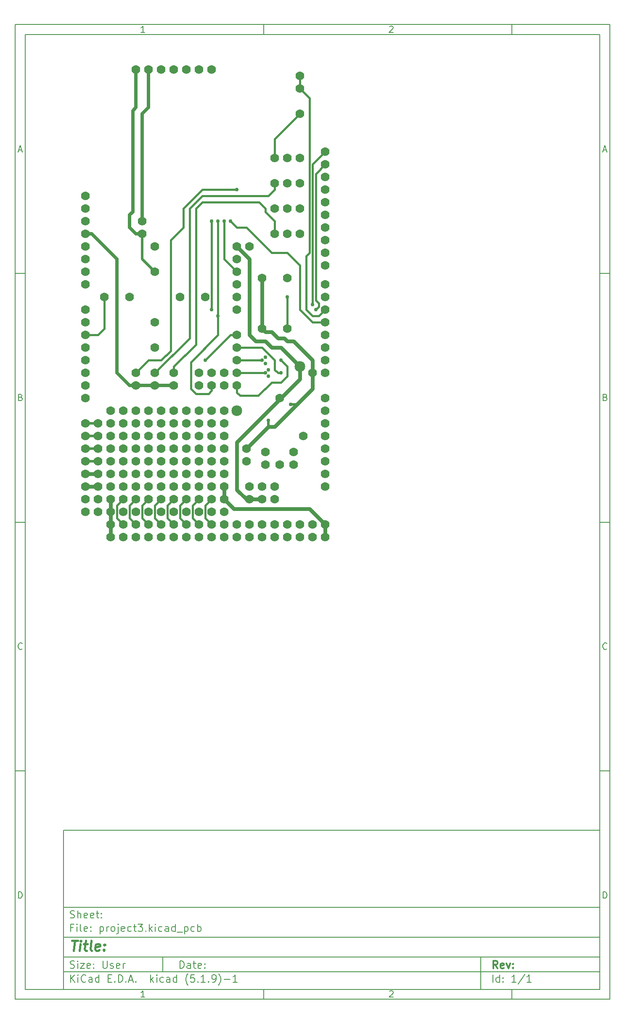
<source format=gbr>
%TF.GenerationSoftware,KiCad,Pcbnew,(5.1.9)-1*%
%TF.CreationDate,2021-06-09T21:17:05-04:00*%
%TF.ProjectId,project3,70726f6a-6563-4743-932e-6b696361645f,rev?*%
%TF.SameCoordinates,Original*%
%TF.FileFunction,Copper,L2,Bot*%
%TF.FilePolarity,Positive*%
%FSLAX45Y45*%
G04 Gerber Fmt 4.5, Leading zero omitted, Abs format (unit mm)*
G04 Created by KiCad (PCBNEW (5.1.9)-1) date 2021-06-09 21:17:05*
%MOMM*%
%LPD*%
G01*
G04 APERTURE LIST*
%ADD10C,0.127000*%
%ADD11C,0.150000*%
%ADD12C,0.300000*%
%ADD13C,0.400000*%
%TA.AperFunction,ViaPad*%
%ADD14C,0.762000*%
%TD*%
%TA.AperFunction,ViaPad*%
%ADD15C,1.778000*%
%TD*%
%TA.AperFunction,ViaPad*%
%ADD16C,2.159000*%
%TD*%
%TA.AperFunction,Conductor*%
%ADD17C,0.381000*%
%TD*%
%TA.AperFunction,Conductor*%
%ADD18C,0.635000*%
%TD*%
%TA.AperFunction,Conductor*%
%ADD19C,0.508000*%
%TD*%
%TA.AperFunction,Conductor*%
%ADD20C,0.762000*%
%TD*%
G04 APERTURE END LIST*
D10*
D11*
X1970000Y-17190000D02*
X1970000Y-20390000D01*
X12770000Y-20390000D01*
X12770000Y-17190000D01*
X1970000Y-17190000D01*
D10*
D11*
X1000000Y-1000000D02*
X1000000Y-20590000D01*
X12970000Y-20590000D01*
X12970000Y-1000000D01*
X1000000Y-1000000D01*
D10*
D11*
X1200000Y-1200000D02*
X1200000Y-20390000D01*
X12770000Y-20390000D01*
X12770000Y-1200000D01*
X1200000Y-1200000D01*
D10*
D11*
X6000000Y-1200000D02*
X6000000Y-1000000D01*
D10*
D11*
X11000000Y-1200000D02*
X11000000Y-1000000D01*
D10*
D11*
X3606548Y-1158810D02*
X3532262Y-1158810D01*
X3569405Y-1158810D02*
X3569405Y-1028809D01*
X3557024Y-1047381D01*
X3544643Y-1059762D01*
X3532262Y-1065952D01*
D10*
D11*
X8532262Y-1041190D02*
X8538452Y-1035000D01*
X8550833Y-1028809D01*
X8581786Y-1028809D01*
X8594167Y-1035000D01*
X8600357Y-1041190D01*
X8606548Y-1053571D01*
X8606548Y-1065952D01*
X8600357Y-1084524D01*
X8526071Y-1158810D01*
X8606548Y-1158810D01*
D10*
D11*
X6000000Y-20390000D02*
X6000000Y-20590000D01*
D10*
D11*
X11000000Y-20390000D02*
X11000000Y-20590000D01*
D10*
D11*
X3606548Y-20548810D02*
X3532262Y-20548810D01*
X3569405Y-20548810D02*
X3569405Y-20418810D01*
X3557024Y-20437381D01*
X3544643Y-20449762D01*
X3532262Y-20455952D01*
D10*
D11*
X8532262Y-20431190D02*
X8538452Y-20425000D01*
X8550833Y-20418810D01*
X8581786Y-20418810D01*
X8594167Y-20425000D01*
X8600357Y-20431190D01*
X8606548Y-20443571D01*
X8606548Y-20455952D01*
X8600357Y-20474524D01*
X8526071Y-20548810D01*
X8606548Y-20548810D01*
D10*
D11*
X1000000Y-6000000D02*
X1200000Y-6000000D01*
D10*
D11*
X1000000Y-11000000D02*
X1200000Y-11000000D01*
D10*
D11*
X1000000Y-16000000D02*
X1200000Y-16000000D01*
D10*
D11*
X1069048Y-3521667D02*
X1130952Y-3521667D01*
X1056667Y-3558809D02*
X1100000Y-3428809D01*
X1143333Y-3558809D01*
D10*
D11*
X1109286Y-8490714D02*
X1127857Y-8496905D01*
X1134048Y-8503095D01*
X1140238Y-8515476D01*
X1140238Y-8534048D01*
X1134048Y-8546429D01*
X1127857Y-8552619D01*
X1115476Y-8558810D01*
X1065952Y-8558810D01*
X1065952Y-8428810D01*
X1109286Y-8428810D01*
X1121667Y-8435000D01*
X1127857Y-8441190D01*
X1134048Y-8453571D01*
X1134048Y-8465952D01*
X1127857Y-8478333D01*
X1121667Y-8484524D01*
X1109286Y-8490714D01*
X1065952Y-8490714D01*
D10*
D11*
X1140238Y-13546428D02*
X1134048Y-13552619D01*
X1115476Y-13558809D01*
X1103095Y-13558809D01*
X1084524Y-13552619D01*
X1072143Y-13540238D01*
X1065952Y-13527857D01*
X1059762Y-13503095D01*
X1059762Y-13484524D01*
X1065952Y-13459762D01*
X1072143Y-13447381D01*
X1084524Y-13435000D01*
X1103095Y-13428809D01*
X1115476Y-13428809D01*
X1134048Y-13435000D01*
X1140238Y-13441190D01*
D10*
D11*
X1065952Y-18558810D02*
X1065952Y-18428810D01*
X1096905Y-18428810D01*
X1115476Y-18435000D01*
X1127857Y-18447381D01*
X1134048Y-18459762D01*
X1140238Y-18484524D01*
X1140238Y-18503095D01*
X1134048Y-18527857D01*
X1127857Y-18540238D01*
X1115476Y-18552619D01*
X1096905Y-18558810D01*
X1065952Y-18558810D01*
D10*
D11*
X12970000Y-6000000D02*
X12770000Y-6000000D01*
D10*
D11*
X12970000Y-11000000D02*
X12770000Y-11000000D01*
D10*
D11*
X12970000Y-16000000D02*
X12770000Y-16000000D01*
D10*
D11*
X12839048Y-3521667D02*
X12900952Y-3521667D01*
X12826667Y-3558809D02*
X12870000Y-3428809D01*
X12913333Y-3558809D01*
D10*
D11*
X12879286Y-8490714D02*
X12897857Y-8496905D01*
X12904048Y-8503095D01*
X12910238Y-8515476D01*
X12910238Y-8534048D01*
X12904048Y-8546429D01*
X12897857Y-8552619D01*
X12885476Y-8558810D01*
X12835952Y-8558810D01*
X12835952Y-8428810D01*
X12879286Y-8428810D01*
X12891667Y-8435000D01*
X12897857Y-8441190D01*
X12904048Y-8453571D01*
X12904048Y-8465952D01*
X12897857Y-8478333D01*
X12891667Y-8484524D01*
X12879286Y-8490714D01*
X12835952Y-8490714D01*
D10*
D11*
X12910238Y-13546428D02*
X12904048Y-13552619D01*
X12885476Y-13558809D01*
X12873095Y-13558809D01*
X12854524Y-13552619D01*
X12842143Y-13540238D01*
X12835952Y-13527857D01*
X12829762Y-13503095D01*
X12829762Y-13484524D01*
X12835952Y-13459762D01*
X12842143Y-13447381D01*
X12854524Y-13435000D01*
X12873095Y-13428809D01*
X12885476Y-13428809D01*
X12904048Y-13435000D01*
X12910238Y-13441190D01*
D10*
D11*
X12835952Y-18558810D02*
X12835952Y-18428810D01*
X12866905Y-18428810D01*
X12885476Y-18435000D01*
X12897857Y-18447381D01*
X12904048Y-18459762D01*
X12910238Y-18484524D01*
X12910238Y-18503095D01*
X12904048Y-18527857D01*
X12897857Y-18540238D01*
X12885476Y-18552619D01*
X12866905Y-18558810D01*
X12835952Y-18558810D01*
D10*
D11*
X4313214Y-19967857D02*
X4313214Y-19817857D01*
X4348929Y-19817857D01*
X4370357Y-19825000D01*
X4384643Y-19839286D01*
X4391786Y-19853571D01*
X4398929Y-19882143D01*
X4398929Y-19903571D01*
X4391786Y-19932143D01*
X4384643Y-19946429D01*
X4370357Y-19960714D01*
X4348929Y-19967857D01*
X4313214Y-19967857D01*
X4527500Y-19967857D02*
X4527500Y-19889286D01*
X4520357Y-19875000D01*
X4506071Y-19867857D01*
X4477500Y-19867857D01*
X4463214Y-19875000D01*
X4527500Y-19960714D02*
X4513214Y-19967857D01*
X4477500Y-19967857D01*
X4463214Y-19960714D01*
X4456071Y-19946429D01*
X4456071Y-19932143D01*
X4463214Y-19917857D01*
X4477500Y-19910714D01*
X4513214Y-19910714D01*
X4527500Y-19903571D01*
X4577500Y-19867857D02*
X4634643Y-19867857D01*
X4598929Y-19817857D02*
X4598929Y-19946429D01*
X4606071Y-19960714D01*
X4620357Y-19967857D01*
X4634643Y-19967857D01*
X4741786Y-19960714D02*
X4727500Y-19967857D01*
X4698929Y-19967857D01*
X4684643Y-19960714D01*
X4677500Y-19946429D01*
X4677500Y-19889286D01*
X4684643Y-19875000D01*
X4698929Y-19867857D01*
X4727500Y-19867857D01*
X4741786Y-19875000D01*
X4748929Y-19889286D01*
X4748929Y-19903571D01*
X4677500Y-19917857D01*
X4813214Y-19953571D02*
X4820357Y-19960714D01*
X4813214Y-19967857D01*
X4806071Y-19960714D01*
X4813214Y-19953571D01*
X4813214Y-19967857D01*
X4813214Y-19875000D02*
X4820357Y-19882143D01*
X4813214Y-19889286D01*
X4806071Y-19882143D01*
X4813214Y-19875000D01*
X4813214Y-19889286D01*
D10*
D11*
X1970000Y-20040000D02*
X12770000Y-20040000D01*
D10*
D11*
X2113214Y-20247857D02*
X2113214Y-20097857D01*
X2198929Y-20247857D02*
X2134643Y-20162143D01*
X2198929Y-20097857D02*
X2113214Y-20183571D01*
X2263214Y-20247857D02*
X2263214Y-20147857D01*
X2263214Y-20097857D02*
X2256071Y-20105000D01*
X2263214Y-20112143D01*
X2270357Y-20105000D01*
X2263214Y-20097857D01*
X2263214Y-20112143D01*
X2420357Y-20233571D02*
X2413214Y-20240714D01*
X2391786Y-20247857D01*
X2377500Y-20247857D01*
X2356071Y-20240714D01*
X2341786Y-20226429D01*
X2334643Y-20212143D01*
X2327500Y-20183571D01*
X2327500Y-20162143D01*
X2334643Y-20133571D01*
X2341786Y-20119286D01*
X2356071Y-20105000D01*
X2377500Y-20097857D01*
X2391786Y-20097857D01*
X2413214Y-20105000D01*
X2420357Y-20112143D01*
X2548929Y-20247857D02*
X2548929Y-20169286D01*
X2541786Y-20155000D01*
X2527500Y-20147857D01*
X2498929Y-20147857D01*
X2484643Y-20155000D01*
X2548929Y-20240714D02*
X2534643Y-20247857D01*
X2498929Y-20247857D01*
X2484643Y-20240714D01*
X2477500Y-20226429D01*
X2477500Y-20212143D01*
X2484643Y-20197857D01*
X2498929Y-20190714D01*
X2534643Y-20190714D01*
X2548929Y-20183571D01*
X2684643Y-20247857D02*
X2684643Y-20097857D01*
X2684643Y-20240714D02*
X2670357Y-20247857D01*
X2641786Y-20247857D01*
X2627500Y-20240714D01*
X2620357Y-20233571D01*
X2613214Y-20219286D01*
X2613214Y-20176429D01*
X2620357Y-20162143D01*
X2627500Y-20155000D01*
X2641786Y-20147857D01*
X2670357Y-20147857D01*
X2684643Y-20155000D01*
X2870357Y-20169286D02*
X2920357Y-20169286D01*
X2941786Y-20247857D02*
X2870357Y-20247857D01*
X2870357Y-20097857D01*
X2941786Y-20097857D01*
X3006071Y-20233571D02*
X3013214Y-20240714D01*
X3006071Y-20247857D01*
X2998928Y-20240714D01*
X3006071Y-20233571D01*
X3006071Y-20247857D01*
X3077500Y-20247857D02*
X3077500Y-20097857D01*
X3113214Y-20097857D01*
X3134643Y-20105000D01*
X3148928Y-20119286D01*
X3156071Y-20133571D01*
X3163214Y-20162143D01*
X3163214Y-20183571D01*
X3156071Y-20212143D01*
X3148928Y-20226429D01*
X3134643Y-20240714D01*
X3113214Y-20247857D01*
X3077500Y-20247857D01*
X3227500Y-20233571D02*
X3234643Y-20240714D01*
X3227500Y-20247857D01*
X3220357Y-20240714D01*
X3227500Y-20233571D01*
X3227500Y-20247857D01*
X3291786Y-20205000D02*
X3363214Y-20205000D01*
X3277500Y-20247857D02*
X3327500Y-20097857D01*
X3377500Y-20247857D01*
X3427500Y-20233571D02*
X3434643Y-20240714D01*
X3427500Y-20247857D01*
X3420357Y-20240714D01*
X3427500Y-20233571D01*
X3427500Y-20247857D01*
X3727500Y-20247857D02*
X3727500Y-20097857D01*
X3741786Y-20190714D02*
X3784643Y-20247857D01*
X3784643Y-20147857D02*
X3727500Y-20205000D01*
X3848928Y-20247857D02*
X3848928Y-20147857D01*
X3848928Y-20097857D02*
X3841786Y-20105000D01*
X3848928Y-20112143D01*
X3856071Y-20105000D01*
X3848928Y-20097857D01*
X3848928Y-20112143D01*
X3984643Y-20240714D02*
X3970357Y-20247857D01*
X3941786Y-20247857D01*
X3927500Y-20240714D01*
X3920357Y-20233571D01*
X3913214Y-20219286D01*
X3913214Y-20176429D01*
X3920357Y-20162143D01*
X3927500Y-20155000D01*
X3941786Y-20147857D01*
X3970357Y-20147857D01*
X3984643Y-20155000D01*
X4113214Y-20247857D02*
X4113214Y-20169286D01*
X4106071Y-20155000D01*
X4091786Y-20147857D01*
X4063214Y-20147857D01*
X4048928Y-20155000D01*
X4113214Y-20240714D02*
X4098928Y-20247857D01*
X4063214Y-20247857D01*
X4048928Y-20240714D01*
X4041786Y-20226429D01*
X4041786Y-20212143D01*
X4048928Y-20197857D01*
X4063214Y-20190714D01*
X4098928Y-20190714D01*
X4113214Y-20183571D01*
X4248929Y-20247857D02*
X4248929Y-20097857D01*
X4248929Y-20240714D02*
X4234643Y-20247857D01*
X4206071Y-20247857D01*
X4191786Y-20240714D01*
X4184643Y-20233571D01*
X4177500Y-20219286D01*
X4177500Y-20176429D01*
X4184643Y-20162143D01*
X4191786Y-20155000D01*
X4206071Y-20147857D01*
X4234643Y-20147857D01*
X4248929Y-20155000D01*
X4477500Y-20305000D02*
X4470357Y-20297857D01*
X4456071Y-20276429D01*
X4448929Y-20262143D01*
X4441786Y-20240714D01*
X4434643Y-20205000D01*
X4434643Y-20176429D01*
X4441786Y-20140714D01*
X4448929Y-20119286D01*
X4456071Y-20105000D01*
X4470357Y-20083571D01*
X4477500Y-20076429D01*
X4606071Y-20097857D02*
X4534643Y-20097857D01*
X4527500Y-20169286D01*
X4534643Y-20162143D01*
X4548929Y-20155000D01*
X4584643Y-20155000D01*
X4598929Y-20162143D01*
X4606071Y-20169286D01*
X4613214Y-20183571D01*
X4613214Y-20219286D01*
X4606071Y-20233571D01*
X4598929Y-20240714D01*
X4584643Y-20247857D01*
X4548929Y-20247857D01*
X4534643Y-20240714D01*
X4527500Y-20233571D01*
X4677500Y-20233571D02*
X4684643Y-20240714D01*
X4677500Y-20247857D01*
X4670357Y-20240714D01*
X4677500Y-20233571D01*
X4677500Y-20247857D01*
X4827500Y-20247857D02*
X4741786Y-20247857D01*
X4784643Y-20247857D02*
X4784643Y-20097857D01*
X4770357Y-20119286D01*
X4756071Y-20133571D01*
X4741786Y-20140714D01*
X4891786Y-20233571D02*
X4898929Y-20240714D01*
X4891786Y-20247857D01*
X4884643Y-20240714D01*
X4891786Y-20233571D01*
X4891786Y-20247857D01*
X4970357Y-20247857D02*
X4998929Y-20247857D01*
X5013214Y-20240714D01*
X5020357Y-20233571D01*
X5034643Y-20212143D01*
X5041786Y-20183571D01*
X5041786Y-20126429D01*
X5034643Y-20112143D01*
X5027500Y-20105000D01*
X5013214Y-20097857D01*
X4984643Y-20097857D01*
X4970357Y-20105000D01*
X4963214Y-20112143D01*
X4956071Y-20126429D01*
X4956071Y-20162143D01*
X4963214Y-20176429D01*
X4970357Y-20183571D01*
X4984643Y-20190714D01*
X5013214Y-20190714D01*
X5027500Y-20183571D01*
X5034643Y-20176429D01*
X5041786Y-20162143D01*
X5091786Y-20305000D02*
X5098929Y-20297857D01*
X5113214Y-20276429D01*
X5120357Y-20262143D01*
X5127500Y-20240714D01*
X5134643Y-20205000D01*
X5134643Y-20176429D01*
X5127500Y-20140714D01*
X5120357Y-20119286D01*
X5113214Y-20105000D01*
X5098929Y-20083571D01*
X5091786Y-20076429D01*
X5206071Y-20190714D02*
X5320357Y-20190714D01*
X5470357Y-20247857D02*
X5384643Y-20247857D01*
X5427500Y-20247857D02*
X5427500Y-20097857D01*
X5413214Y-20119286D01*
X5398929Y-20133571D01*
X5384643Y-20140714D01*
D10*
D11*
X1970000Y-19740000D02*
X12770000Y-19740000D01*
D10*
D12*
X10710929Y-19967857D02*
X10660929Y-19896429D01*
X10625214Y-19967857D02*
X10625214Y-19817857D01*
X10682357Y-19817857D01*
X10696643Y-19825000D01*
X10703786Y-19832143D01*
X10710929Y-19846429D01*
X10710929Y-19867857D01*
X10703786Y-19882143D01*
X10696643Y-19889286D01*
X10682357Y-19896429D01*
X10625214Y-19896429D01*
X10832357Y-19960714D02*
X10818071Y-19967857D01*
X10789500Y-19967857D01*
X10775214Y-19960714D01*
X10768071Y-19946429D01*
X10768071Y-19889286D01*
X10775214Y-19875000D01*
X10789500Y-19867857D01*
X10818071Y-19867857D01*
X10832357Y-19875000D01*
X10839500Y-19889286D01*
X10839500Y-19903571D01*
X10768071Y-19917857D01*
X10889500Y-19867857D02*
X10925214Y-19967857D01*
X10960929Y-19867857D01*
X11018071Y-19953571D02*
X11025214Y-19960714D01*
X11018071Y-19967857D01*
X11010929Y-19960714D01*
X11018071Y-19953571D01*
X11018071Y-19967857D01*
X11018071Y-19875000D02*
X11025214Y-19882143D01*
X11018071Y-19889286D01*
X11010929Y-19882143D01*
X11018071Y-19875000D01*
X11018071Y-19889286D01*
D10*
D11*
X2106071Y-19960714D02*
X2127500Y-19967857D01*
X2163214Y-19967857D01*
X2177500Y-19960714D01*
X2184643Y-19953571D01*
X2191786Y-19939286D01*
X2191786Y-19925000D01*
X2184643Y-19910714D01*
X2177500Y-19903571D01*
X2163214Y-19896429D01*
X2134643Y-19889286D01*
X2120357Y-19882143D01*
X2113214Y-19875000D01*
X2106071Y-19860714D01*
X2106071Y-19846429D01*
X2113214Y-19832143D01*
X2120357Y-19825000D01*
X2134643Y-19817857D01*
X2170357Y-19817857D01*
X2191786Y-19825000D01*
X2256071Y-19967857D02*
X2256071Y-19867857D01*
X2256071Y-19817857D02*
X2248929Y-19825000D01*
X2256071Y-19832143D01*
X2263214Y-19825000D01*
X2256071Y-19817857D01*
X2256071Y-19832143D01*
X2313214Y-19867857D02*
X2391786Y-19867857D01*
X2313214Y-19967857D01*
X2391786Y-19967857D01*
X2506071Y-19960714D02*
X2491786Y-19967857D01*
X2463214Y-19967857D01*
X2448929Y-19960714D01*
X2441786Y-19946429D01*
X2441786Y-19889286D01*
X2448929Y-19875000D01*
X2463214Y-19867857D01*
X2491786Y-19867857D01*
X2506071Y-19875000D01*
X2513214Y-19889286D01*
X2513214Y-19903571D01*
X2441786Y-19917857D01*
X2577500Y-19953571D02*
X2584643Y-19960714D01*
X2577500Y-19967857D01*
X2570357Y-19960714D01*
X2577500Y-19953571D01*
X2577500Y-19967857D01*
X2577500Y-19875000D02*
X2584643Y-19882143D01*
X2577500Y-19889286D01*
X2570357Y-19882143D01*
X2577500Y-19875000D01*
X2577500Y-19889286D01*
X2763214Y-19817857D02*
X2763214Y-19939286D01*
X2770357Y-19953571D01*
X2777500Y-19960714D01*
X2791786Y-19967857D01*
X2820357Y-19967857D01*
X2834643Y-19960714D01*
X2841786Y-19953571D01*
X2848928Y-19939286D01*
X2848928Y-19817857D01*
X2913214Y-19960714D02*
X2927500Y-19967857D01*
X2956071Y-19967857D01*
X2970357Y-19960714D01*
X2977500Y-19946429D01*
X2977500Y-19939286D01*
X2970357Y-19925000D01*
X2956071Y-19917857D01*
X2934643Y-19917857D01*
X2920357Y-19910714D01*
X2913214Y-19896429D01*
X2913214Y-19889286D01*
X2920357Y-19875000D01*
X2934643Y-19867857D01*
X2956071Y-19867857D01*
X2970357Y-19875000D01*
X3098928Y-19960714D02*
X3084643Y-19967857D01*
X3056071Y-19967857D01*
X3041786Y-19960714D01*
X3034643Y-19946429D01*
X3034643Y-19889286D01*
X3041786Y-19875000D01*
X3056071Y-19867857D01*
X3084643Y-19867857D01*
X3098928Y-19875000D01*
X3106071Y-19889286D01*
X3106071Y-19903571D01*
X3034643Y-19917857D01*
X3170357Y-19967857D02*
X3170357Y-19867857D01*
X3170357Y-19896429D02*
X3177500Y-19882143D01*
X3184643Y-19875000D01*
X3198928Y-19867857D01*
X3213214Y-19867857D01*
D10*
D11*
X10613214Y-20247857D02*
X10613214Y-20097857D01*
X10748929Y-20247857D02*
X10748929Y-20097857D01*
X10748929Y-20240714D02*
X10734643Y-20247857D01*
X10706071Y-20247857D01*
X10691786Y-20240714D01*
X10684643Y-20233571D01*
X10677500Y-20219286D01*
X10677500Y-20176429D01*
X10684643Y-20162143D01*
X10691786Y-20155000D01*
X10706071Y-20147857D01*
X10734643Y-20147857D01*
X10748929Y-20155000D01*
X10820357Y-20233571D02*
X10827500Y-20240714D01*
X10820357Y-20247857D01*
X10813214Y-20240714D01*
X10820357Y-20233571D01*
X10820357Y-20247857D01*
X10820357Y-20155000D02*
X10827500Y-20162143D01*
X10820357Y-20169286D01*
X10813214Y-20162143D01*
X10820357Y-20155000D01*
X10820357Y-20169286D01*
X11084643Y-20247857D02*
X10998929Y-20247857D01*
X11041786Y-20247857D02*
X11041786Y-20097857D01*
X11027500Y-20119286D01*
X11013214Y-20133571D01*
X10998929Y-20140714D01*
X11256071Y-20090714D02*
X11127500Y-20283571D01*
X11384643Y-20247857D02*
X11298928Y-20247857D01*
X11341786Y-20247857D02*
X11341786Y-20097857D01*
X11327500Y-20119286D01*
X11313214Y-20133571D01*
X11298928Y-20140714D01*
D10*
D11*
X1970000Y-19340000D02*
X12770000Y-19340000D01*
D10*
D13*
X2141238Y-19410476D02*
X2255524Y-19410476D01*
X2173381Y-19610476D02*
X2198381Y-19410476D01*
X2297190Y-19610476D02*
X2313857Y-19477143D01*
X2322190Y-19410476D02*
X2311476Y-19420000D01*
X2319810Y-19429524D01*
X2330524Y-19420000D01*
X2322190Y-19410476D01*
X2319810Y-19429524D01*
X2380524Y-19477143D02*
X2456714Y-19477143D01*
X2417429Y-19410476D02*
X2396000Y-19581905D01*
X2403143Y-19600952D01*
X2421000Y-19610476D01*
X2440048Y-19610476D01*
X2535286Y-19610476D02*
X2517429Y-19600952D01*
X2510286Y-19581905D01*
X2531714Y-19410476D01*
X2688857Y-19600952D02*
X2668619Y-19610476D01*
X2630524Y-19610476D01*
X2612667Y-19600952D01*
X2605524Y-19581905D01*
X2615048Y-19505714D01*
X2626952Y-19486667D01*
X2647190Y-19477143D01*
X2685286Y-19477143D01*
X2703143Y-19486667D01*
X2710286Y-19505714D01*
X2707905Y-19524762D01*
X2610286Y-19543810D01*
X2785286Y-19591429D02*
X2793619Y-19600952D01*
X2782905Y-19610476D01*
X2774571Y-19600952D01*
X2785286Y-19591429D01*
X2782905Y-19610476D01*
X2798381Y-19486667D02*
X2806714Y-19496190D01*
X2796000Y-19505714D01*
X2787667Y-19496190D01*
X2798381Y-19486667D01*
X2796000Y-19505714D01*
D10*
D11*
X2163214Y-19149286D02*
X2113214Y-19149286D01*
X2113214Y-19227857D02*
X2113214Y-19077857D01*
X2184643Y-19077857D01*
X2241786Y-19227857D02*
X2241786Y-19127857D01*
X2241786Y-19077857D02*
X2234643Y-19085000D01*
X2241786Y-19092143D01*
X2248929Y-19085000D01*
X2241786Y-19077857D01*
X2241786Y-19092143D01*
X2334643Y-19227857D02*
X2320357Y-19220714D01*
X2313214Y-19206429D01*
X2313214Y-19077857D01*
X2448929Y-19220714D02*
X2434643Y-19227857D01*
X2406071Y-19227857D01*
X2391786Y-19220714D01*
X2384643Y-19206429D01*
X2384643Y-19149286D01*
X2391786Y-19135000D01*
X2406071Y-19127857D01*
X2434643Y-19127857D01*
X2448929Y-19135000D01*
X2456071Y-19149286D01*
X2456071Y-19163571D01*
X2384643Y-19177857D01*
X2520357Y-19213571D02*
X2527500Y-19220714D01*
X2520357Y-19227857D01*
X2513214Y-19220714D01*
X2520357Y-19213571D01*
X2520357Y-19227857D01*
X2520357Y-19135000D02*
X2527500Y-19142143D01*
X2520357Y-19149286D01*
X2513214Y-19142143D01*
X2520357Y-19135000D01*
X2520357Y-19149286D01*
X2706071Y-19127857D02*
X2706071Y-19277857D01*
X2706071Y-19135000D02*
X2720357Y-19127857D01*
X2748929Y-19127857D01*
X2763214Y-19135000D01*
X2770357Y-19142143D01*
X2777500Y-19156429D01*
X2777500Y-19199286D01*
X2770357Y-19213571D01*
X2763214Y-19220714D01*
X2748929Y-19227857D01*
X2720357Y-19227857D01*
X2706071Y-19220714D01*
X2841786Y-19227857D02*
X2841786Y-19127857D01*
X2841786Y-19156429D02*
X2848928Y-19142143D01*
X2856071Y-19135000D01*
X2870357Y-19127857D01*
X2884643Y-19127857D01*
X2956071Y-19227857D02*
X2941786Y-19220714D01*
X2934643Y-19213571D01*
X2927500Y-19199286D01*
X2927500Y-19156429D01*
X2934643Y-19142143D01*
X2941786Y-19135000D01*
X2956071Y-19127857D01*
X2977500Y-19127857D01*
X2991786Y-19135000D01*
X2998928Y-19142143D01*
X3006071Y-19156429D01*
X3006071Y-19199286D01*
X2998928Y-19213571D01*
X2991786Y-19220714D01*
X2977500Y-19227857D01*
X2956071Y-19227857D01*
X3070357Y-19127857D02*
X3070357Y-19256429D01*
X3063214Y-19270714D01*
X3048928Y-19277857D01*
X3041786Y-19277857D01*
X3070357Y-19077857D02*
X3063214Y-19085000D01*
X3070357Y-19092143D01*
X3077500Y-19085000D01*
X3070357Y-19077857D01*
X3070357Y-19092143D01*
X3198928Y-19220714D02*
X3184643Y-19227857D01*
X3156071Y-19227857D01*
X3141786Y-19220714D01*
X3134643Y-19206429D01*
X3134643Y-19149286D01*
X3141786Y-19135000D01*
X3156071Y-19127857D01*
X3184643Y-19127857D01*
X3198928Y-19135000D01*
X3206071Y-19149286D01*
X3206071Y-19163571D01*
X3134643Y-19177857D01*
X3334643Y-19220714D02*
X3320357Y-19227857D01*
X3291786Y-19227857D01*
X3277500Y-19220714D01*
X3270357Y-19213571D01*
X3263214Y-19199286D01*
X3263214Y-19156429D01*
X3270357Y-19142143D01*
X3277500Y-19135000D01*
X3291786Y-19127857D01*
X3320357Y-19127857D01*
X3334643Y-19135000D01*
X3377500Y-19127857D02*
X3434643Y-19127857D01*
X3398928Y-19077857D02*
X3398928Y-19206429D01*
X3406071Y-19220714D01*
X3420357Y-19227857D01*
X3434643Y-19227857D01*
X3470357Y-19077857D02*
X3563214Y-19077857D01*
X3513214Y-19135000D01*
X3534643Y-19135000D01*
X3548928Y-19142143D01*
X3556071Y-19149286D01*
X3563214Y-19163571D01*
X3563214Y-19199286D01*
X3556071Y-19213571D01*
X3548928Y-19220714D01*
X3534643Y-19227857D01*
X3491786Y-19227857D01*
X3477500Y-19220714D01*
X3470357Y-19213571D01*
X3627500Y-19213571D02*
X3634643Y-19220714D01*
X3627500Y-19227857D01*
X3620357Y-19220714D01*
X3627500Y-19213571D01*
X3627500Y-19227857D01*
X3698928Y-19227857D02*
X3698928Y-19077857D01*
X3713214Y-19170714D02*
X3756071Y-19227857D01*
X3756071Y-19127857D02*
X3698928Y-19185000D01*
X3820357Y-19227857D02*
X3820357Y-19127857D01*
X3820357Y-19077857D02*
X3813214Y-19085000D01*
X3820357Y-19092143D01*
X3827500Y-19085000D01*
X3820357Y-19077857D01*
X3820357Y-19092143D01*
X3956071Y-19220714D02*
X3941786Y-19227857D01*
X3913214Y-19227857D01*
X3898928Y-19220714D01*
X3891786Y-19213571D01*
X3884643Y-19199286D01*
X3884643Y-19156429D01*
X3891786Y-19142143D01*
X3898928Y-19135000D01*
X3913214Y-19127857D01*
X3941786Y-19127857D01*
X3956071Y-19135000D01*
X4084643Y-19227857D02*
X4084643Y-19149286D01*
X4077500Y-19135000D01*
X4063214Y-19127857D01*
X4034643Y-19127857D01*
X4020357Y-19135000D01*
X4084643Y-19220714D02*
X4070357Y-19227857D01*
X4034643Y-19227857D01*
X4020357Y-19220714D01*
X4013214Y-19206429D01*
X4013214Y-19192143D01*
X4020357Y-19177857D01*
X4034643Y-19170714D01*
X4070357Y-19170714D01*
X4084643Y-19163571D01*
X4220357Y-19227857D02*
X4220357Y-19077857D01*
X4220357Y-19220714D02*
X4206071Y-19227857D01*
X4177500Y-19227857D01*
X4163214Y-19220714D01*
X4156071Y-19213571D01*
X4148928Y-19199286D01*
X4148928Y-19156429D01*
X4156071Y-19142143D01*
X4163214Y-19135000D01*
X4177500Y-19127857D01*
X4206071Y-19127857D01*
X4220357Y-19135000D01*
X4256071Y-19242143D02*
X4370357Y-19242143D01*
X4406071Y-19127857D02*
X4406071Y-19277857D01*
X4406071Y-19135000D02*
X4420357Y-19127857D01*
X4448929Y-19127857D01*
X4463214Y-19135000D01*
X4470357Y-19142143D01*
X4477500Y-19156429D01*
X4477500Y-19199286D01*
X4470357Y-19213571D01*
X4463214Y-19220714D01*
X4448929Y-19227857D01*
X4420357Y-19227857D01*
X4406071Y-19220714D01*
X4606071Y-19220714D02*
X4591786Y-19227857D01*
X4563214Y-19227857D01*
X4548929Y-19220714D01*
X4541786Y-19213571D01*
X4534643Y-19199286D01*
X4534643Y-19156429D01*
X4541786Y-19142143D01*
X4548929Y-19135000D01*
X4563214Y-19127857D01*
X4591786Y-19127857D01*
X4606071Y-19135000D01*
X4670357Y-19227857D02*
X4670357Y-19077857D01*
X4670357Y-19135000D02*
X4684643Y-19127857D01*
X4713214Y-19127857D01*
X4727500Y-19135000D01*
X4734643Y-19142143D01*
X4741786Y-19156429D01*
X4741786Y-19199286D01*
X4734643Y-19213571D01*
X4727500Y-19220714D01*
X4713214Y-19227857D01*
X4684643Y-19227857D01*
X4670357Y-19220714D01*
D10*
D11*
X1970000Y-18740000D02*
X12770000Y-18740000D01*
D10*
D11*
X2106071Y-18950714D02*
X2127500Y-18957857D01*
X2163214Y-18957857D01*
X2177500Y-18950714D01*
X2184643Y-18943571D01*
X2191786Y-18929286D01*
X2191786Y-18915000D01*
X2184643Y-18900714D01*
X2177500Y-18893571D01*
X2163214Y-18886429D01*
X2134643Y-18879286D01*
X2120357Y-18872143D01*
X2113214Y-18865000D01*
X2106071Y-18850714D01*
X2106071Y-18836429D01*
X2113214Y-18822143D01*
X2120357Y-18815000D01*
X2134643Y-18807857D01*
X2170357Y-18807857D01*
X2191786Y-18815000D01*
X2256071Y-18957857D02*
X2256071Y-18807857D01*
X2320357Y-18957857D02*
X2320357Y-18879286D01*
X2313214Y-18865000D01*
X2298929Y-18857857D01*
X2277500Y-18857857D01*
X2263214Y-18865000D01*
X2256071Y-18872143D01*
X2448929Y-18950714D02*
X2434643Y-18957857D01*
X2406071Y-18957857D01*
X2391786Y-18950714D01*
X2384643Y-18936429D01*
X2384643Y-18879286D01*
X2391786Y-18865000D01*
X2406071Y-18857857D01*
X2434643Y-18857857D01*
X2448929Y-18865000D01*
X2456071Y-18879286D01*
X2456071Y-18893571D01*
X2384643Y-18907857D01*
X2577500Y-18950714D02*
X2563214Y-18957857D01*
X2534643Y-18957857D01*
X2520357Y-18950714D01*
X2513214Y-18936429D01*
X2513214Y-18879286D01*
X2520357Y-18865000D01*
X2534643Y-18857857D01*
X2563214Y-18857857D01*
X2577500Y-18865000D01*
X2584643Y-18879286D01*
X2584643Y-18893571D01*
X2513214Y-18907857D01*
X2627500Y-18857857D02*
X2684643Y-18857857D01*
X2648929Y-18807857D02*
X2648929Y-18936429D01*
X2656071Y-18950714D01*
X2670357Y-18957857D01*
X2684643Y-18957857D01*
X2734643Y-18943571D02*
X2741786Y-18950714D01*
X2734643Y-18957857D01*
X2727500Y-18950714D01*
X2734643Y-18943571D01*
X2734643Y-18957857D01*
X2734643Y-18865000D02*
X2741786Y-18872143D01*
X2734643Y-18879286D01*
X2727500Y-18872143D01*
X2734643Y-18865000D01*
X2734643Y-18879286D01*
D10*
D11*
X3970000Y-19740000D02*
X3970000Y-20040000D01*
D10*
D11*
X10370000Y-19740000D02*
X10370000Y-20390000D01*
D14*
%TO.N,*%
X4953000Y-6731000D03*
X5080000Y-6858000D03*
X6477000Y-6477000D03*
X4953000Y-4953000D03*
X5080000Y-4953000D03*
X5207000Y-4953000D03*
D15*
X4953000Y-10541000D03*
X4699000Y-10541000D03*
X4445000Y-10541000D03*
X4191000Y-10541000D03*
X3937000Y-10541000D03*
X3683000Y-10541000D03*
X3429000Y-10541000D03*
X3175000Y-10541000D03*
X2921000Y-10541000D03*
X2921000Y-10795000D03*
X2921000Y-11049000D03*
X2921000Y-11303000D03*
X3175000Y-11303000D03*
X3175000Y-11049000D03*
X3175000Y-10795000D03*
X3429000Y-10795000D03*
X3429000Y-11049000D03*
X3429000Y-11303000D03*
X3683000Y-11303000D03*
X3683000Y-11049000D03*
X3683000Y-10795000D03*
X3937000Y-10795000D03*
X3937000Y-11049000D03*
X3937000Y-11303000D03*
X4953000Y-10795000D03*
X4699000Y-10795000D03*
X4445000Y-10795000D03*
X4191000Y-10795000D03*
X4191000Y-11049000D03*
X4191000Y-11303000D03*
X4445000Y-11303000D03*
X4445000Y-11049000D03*
X4953000Y-8255000D03*
X4953000Y-8001000D03*
X5207000Y-8001000D03*
X5207000Y-8255000D03*
X4699000Y-8001000D03*
X4699000Y-8255000D03*
X5461000Y-8255000D03*
X5461000Y-8001000D03*
X5461000Y-7747000D03*
X5461000Y-7493000D03*
X4191000Y-8255000D03*
X4191000Y-8001000D03*
X3810000Y-8001000D03*
X3810000Y-8255000D03*
X3429000Y-8001000D03*
X2413000Y-7493000D03*
X2413000Y-7239000D03*
X2413000Y-6985000D03*
X2413000Y-6731000D03*
X2413000Y-9017000D03*
X2413000Y-8509000D03*
X2413000Y-8255000D03*
X2413000Y-8001000D03*
X2413000Y-9271000D03*
X2667000Y-9271000D03*
X2667000Y-9017000D03*
X7239000Y-8001000D03*
X7239000Y-7747000D03*
X7239000Y-7493000D03*
X7239000Y-7239000D03*
X7239000Y-6731000D03*
X7239000Y-6477000D03*
X7239000Y-6223000D03*
X7239000Y-5842000D03*
X7239000Y-5588000D03*
X7239000Y-5334000D03*
X7239000Y-4826000D03*
X7239000Y-4572000D03*
X7239000Y-4318000D03*
X7239000Y-4064000D03*
X7239000Y-3810000D03*
X7239000Y-3556000D03*
X6731000Y-3683000D03*
X6477000Y-3683000D03*
X6223000Y-3683000D03*
X6223000Y-4191000D03*
X6731000Y-4191000D03*
X6731000Y-4699000D03*
X6223000Y-4699000D03*
X6223000Y-5207000D03*
X6477000Y-5207000D03*
X6731000Y-5207000D03*
X6477000Y-6096000D03*
X5969000Y-6096000D03*
X6477000Y-7112000D03*
X5969000Y-7112000D03*
X5461000Y-6731000D03*
X5461000Y-6477000D03*
X5461000Y-6223000D03*
X5461000Y-5969000D03*
X5461000Y-5715000D03*
X5461000Y-5461000D03*
X4826000Y-6477000D03*
X4318000Y-6477000D03*
X3810000Y-6985000D03*
X3810000Y-7493000D03*
X3810000Y-5461000D03*
X3810000Y-5969000D03*
X3302000Y-6477000D03*
X2794000Y-6477000D03*
X5207000Y-8763000D03*
X4953000Y-8763000D03*
X4699000Y-8763000D03*
X4445000Y-8763000D03*
X4191000Y-8763000D03*
X3937000Y-8763000D03*
X3683000Y-8763000D03*
X3429000Y-8763000D03*
X3175000Y-8763000D03*
X3175000Y-9017000D03*
X3175000Y-9271000D03*
X3175000Y-9525000D03*
X3175000Y-9779000D03*
X3175000Y-10033000D03*
X3175000Y-10287000D03*
X2921000Y-10287000D03*
X2667000Y-10287000D03*
X2667000Y-10033000D03*
X2413000Y-10033000D03*
X2413000Y-9779000D03*
X2667000Y-9779000D03*
X2667000Y-9525000D03*
X2413000Y-9525000D03*
X2667000Y-10541000D03*
X2413000Y-10541000D03*
X2413000Y-10795000D03*
X2413000Y-10287000D03*
X2667000Y-10795000D03*
X2921000Y-10033000D03*
X2921000Y-9779000D03*
X2921000Y-9525000D03*
X2921000Y-9271000D03*
X2921000Y-9017000D03*
X2921000Y-8763000D03*
X3429000Y-9017000D03*
X3683000Y-9017000D03*
X3937000Y-9017000D03*
X3937000Y-9271000D03*
X3683000Y-9271000D03*
X3429000Y-9271000D03*
X3429000Y-9525000D03*
X3429000Y-9779000D03*
X3429000Y-10033000D03*
X3429000Y-10287000D03*
X3683000Y-10287000D03*
X3683000Y-10033000D03*
X3683000Y-9779000D03*
X3683000Y-9525000D03*
X3937000Y-9525000D03*
X3937000Y-9779000D03*
X3937000Y-10033000D03*
X3937000Y-10287000D03*
X4191000Y-10287000D03*
X4445000Y-10287000D03*
X4699000Y-10287000D03*
X4953000Y-10287000D03*
X4953000Y-10033000D03*
X4699000Y-10033000D03*
X4445000Y-10033000D03*
X4191000Y-10033000D03*
X4191000Y-9779000D03*
X4445000Y-9779000D03*
X4699000Y-9779000D03*
X4953000Y-9779000D03*
X5207000Y-10795000D03*
X4953000Y-9525000D03*
X4699000Y-9525000D03*
X4445000Y-9525000D03*
X4191000Y-9525000D03*
X4191000Y-9271000D03*
X4191000Y-9017000D03*
X4445000Y-9017000D03*
X4445000Y-9271000D03*
X4699000Y-9271000D03*
X4699000Y-9017000D03*
X4953000Y-9017000D03*
X4953000Y-9271000D03*
X5207000Y-9271000D03*
X5207000Y-9017000D03*
X2413000Y-6223000D03*
X2413000Y-5969000D03*
X2413000Y-5715000D03*
X2413000Y-5461000D03*
X2413000Y-5207000D03*
X2413000Y-4953000D03*
X2413000Y-4699000D03*
X2413000Y-4445000D03*
X4953000Y-1905000D03*
X4445000Y-1905000D03*
X4191000Y-1905000D03*
X3937000Y-1905000D03*
X3683000Y-1905000D03*
X3429000Y-1905000D03*
X6731000Y-2794000D03*
X6731000Y-2032000D03*
X5651500Y-9779000D03*
X5715000Y-11049000D03*
X5715000Y-11303000D03*
X5969000Y-11303000D03*
X5969000Y-11049000D03*
X6223000Y-11049000D03*
X6223000Y-11303000D03*
X5651500Y-9525000D03*
X5207000Y-10541000D03*
X4699000Y-11049000D03*
X4699000Y-11303000D03*
X4953000Y-11049000D03*
X4953000Y-11303000D03*
X5207000Y-11303000D03*
X5207000Y-11049000D03*
X6731000Y-2286000D03*
X2413000Y-7747000D03*
X5461000Y-7239000D03*
D14*
X4826000Y-7747000D03*
D15*
X3429000Y-8255000D03*
D14*
X5461000Y-4318000D03*
X5969000Y-7747000D03*
D15*
X7239000Y-10287000D03*
X7239000Y-10033000D03*
X7239000Y-9779000D03*
X7239000Y-9525000D03*
X7239000Y-9271000D03*
X7239000Y-9017000D03*
X7239000Y-8763000D03*
X7239000Y-8509000D03*
X6223000Y-10287000D03*
X5969000Y-10287000D03*
X5715000Y-10287000D03*
X5715000Y-10541000D03*
X5969000Y-10541000D03*
X6223000Y-10541000D03*
X5461000Y-11049000D03*
X5461000Y-11303000D03*
X6477000Y-11303000D03*
X6477000Y-11049000D03*
X6731000Y-11049000D03*
X6731000Y-11303000D03*
X6985000Y-11303000D03*
X6985000Y-11049000D03*
X7239000Y-11049000D03*
X7239000Y-11303000D03*
X5207000Y-9525000D03*
X5207000Y-9779000D03*
X5207000Y-10033000D03*
X5207000Y-10287000D03*
D14*
X7048500Y-6731000D03*
X6985000Y-6629400D03*
X6032500Y-7683500D03*
X6350000Y-8001000D03*
X6350000Y-7747000D03*
X6096000Y-7937500D03*
X6032500Y-8001000D03*
X6096000Y-8064500D03*
X6032500Y-7810500D03*
D15*
X3556000Y-5207000D03*
X3556000Y-4953000D03*
X5715000Y-5461000D03*
X4699000Y-1905000D03*
D14*
X5334000Y-4953000D03*
D15*
X7239000Y-6985000D03*
D16*
X6731000Y-7874000D03*
X5461000Y-8763000D03*
D15*
X6794500Y-9271000D03*
X6032500Y-9588500D03*
X6604000Y-9588500D03*
X6324600Y-9842500D03*
X6604000Y-9842500D03*
X6032500Y-9842500D03*
X6324600Y-8509000D03*
X6985000Y-8001000D03*
D14*
X6096000Y-8953500D03*
X6540500Y-8636000D03*
D15*
X6477000Y-4191000D03*
X7239000Y-5080000D03*
X6477000Y-4699000D03*
%TD*%
D17*
%TO.N,*%
X4953000Y-8255000D02*
X4953000Y-8255000D01*
X2794000Y-6477000D02*
X2794000Y-6477000D01*
X2667000Y-7239000D02*
X2413000Y-7239000D01*
X6223000Y-5207000D02*
X6223000Y-5207000D01*
X6223000Y-4191000D02*
X6223000Y-4191000D01*
X6223000Y-3683000D02*
X6223000Y-3683000D01*
X4381500Y-4699000D02*
X4381500Y-5080000D01*
X4762500Y-4318000D02*
X4381500Y-4699000D01*
X4762500Y-4445000D02*
X4508500Y-4699000D01*
X6223000Y-4318000D02*
X6096000Y-4445000D01*
X4953000Y-4953000D02*
X4953000Y-6731000D01*
X5207000Y-4953000D02*
X5207000Y-5715000D01*
X5207000Y-5715000D02*
X5461000Y-5969000D01*
X6223000Y-3302000D02*
X6731000Y-2794000D01*
X2794000Y-7112000D02*
X2667000Y-7239000D01*
X4953000Y-8255000D02*
X4953000Y-8255000D01*
X4953000Y-8255000D02*
X4953000Y-8255000D01*
X6223000Y-4191000D02*
X6223000Y-4318000D01*
X2794000Y-6477000D02*
X2794000Y-7112000D01*
X4381500Y-5080000D02*
X4127500Y-5334000D01*
X5080000Y-4953000D02*
X5080000Y-6858000D01*
X6731000Y-2286000D02*
X6731000Y-2032000D01*
X3175000Y-11049000D02*
X3048000Y-10922000D01*
X3429000Y-11049000D02*
X3302000Y-10922000D01*
X3683000Y-11049000D02*
X3556000Y-10922000D01*
X3810000Y-10922000D02*
X3937000Y-11049000D01*
X4191000Y-11049000D02*
X4064000Y-10922000D01*
X4318000Y-10922000D02*
X4445000Y-11049000D01*
X4699000Y-11049000D02*
X4572000Y-10922000D01*
X4826000Y-10922000D02*
X4953000Y-11049000D01*
X4762500Y-4445000D02*
X6096000Y-4445000D01*
X4762500Y-4318000D02*
X5461000Y-4318000D01*
X5461000Y-7239000D02*
X5334000Y-7239000D01*
X5334000Y-7239000D02*
X4826000Y-7747000D01*
D18*
X2540000Y-5207000D02*
X3048000Y-5715000D01*
X2413000Y-5207000D02*
X2540000Y-5207000D01*
D19*
X3556000Y-5715000D02*
X3810000Y-5969000D01*
X3556000Y-5207000D02*
X3556000Y-5207000D01*
D20*
X5461000Y-5461000D02*
X5715000Y-5715000D01*
D18*
X3048000Y-5715000D02*
X3048000Y-8001000D01*
X3048000Y-8001000D02*
X3302000Y-8255000D01*
X3302000Y-8255000D02*
X3429000Y-8255000D01*
X3429000Y-8255000D02*
X3810000Y-8255000D01*
X3810000Y-8255000D02*
X4191000Y-8255000D01*
D17*
X3429000Y-8001000D02*
X3683000Y-7747000D01*
X3683000Y-7747000D02*
X3937000Y-7747000D01*
X3937000Y-7747000D02*
X4127500Y-7556500D01*
X3810000Y-8001000D02*
X4508500Y-7302500D01*
X4508500Y-4699000D02*
X4508500Y-7302500D01*
X4191000Y-8001000D02*
X4191000Y-7874000D01*
X4191000Y-7874000D02*
X4635500Y-7429500D01*
X4127500Y-7556500D02*
X4127500Y-5334000D01*
X6223000Y-3683000D02*
X6223000Y-3302000D01*
X3810000Y-10668000D02*
X3810000Y-10922000D01*
X4064000Y-10668000D02*
X4191000Y-10541000D01*
X4064000Y-10922000D02*
X4064000Y-10668000D01*
X3937000Y-10541000D02*
X3810000Y-10668000D01*
X4445000Y-10541000D02*
X4318000Y-10668000D01*
X4953000Y-10541000D02*
X4826000Y-10668000D01*
X4572000Y-10668000D02*
X4699000Y-10541000D01*
X4318000Y-10668000D02*
X4318000Y-10922000D01*
X4572000Y-10922000D02*
X4572000Y-10668000D01*
X4826000Y-10668000D02*
X4826000Y-10922000D01*
X3048000Y-10668000D02*
X3175000Y-10541000D01*
X3048000Y-10922000D02*
X3048000Y-10668000D01*
X3556000Y-10668000D02*
X3683000Y-10541000D01*
X3556000Y-10922000D02*
X3556000Y-10668000D01*
X3302000Y-10668000D02*
X3429000Y-10541000D01*
X3302000Y-10922000D02*
X3302000Y-10668000D01*
X6477000Y-6477000D02*
X6477000Y-7112000D01*
D20*
X5969000Y-6096000D02*
X5969000Y-7112000D01*
X6032500Y-7366000D02*
X6159500Y-7493000D01*
X5715000Y-7239000D02*
X5842000Y-7366000D01*
X5715000Y-5715000D02*
X5715000Y-7239000D01*
D17*
X4635500Y-7429500D02*
X4635500Y-4699000D01*
X4635500Y-4699000D02*
X4762500Y-4572000D01*
X4762500Y-4572000D02*
X5905500Y-4572000D01*
X5905500Y-4572000D02*
X6032500Y-4699000D01*
X6032500Y-4699000D02*
X6032500Y-4762500D01*
X6032500Y-4762500D02*
X6223000Y-4953000D01*
X6223000Y-4953000D02*
X6223000Y-5207000D01*
D20*
X6350000Y-7493000D02*
X6731000Y-7874000D01*
X6604000Y-7366000D02*
X6985000Y-7747000D01*
X5715000Y-10541000D02*
X5969000Y-10541000D01*
D17*
X6985000Y-3810000D02*
X7239000Y-3556000D01*
X7239000Y-3810000D02*
X7048500Y-4000500D01*
X7239000Y-6731000D02*
X7112000Y-6858000D01*
X7112000Y-6667500D02*
X7112000Y-6604000D01*
X7112000Y-6604000D02*
X7048500Y-6540500D01*
X7048500Y-6540500D02*
X7048500Y-4000500D01*
X7048500Y-6731000D02*
X7112000Y-6667500D01*
X7112000Y-6858000D02*
X6985000Y-6858000D01*
X6985000Y-6858000D02*
X6858000Y-6731000D01*
X6858000Y-6731000D02*
X6858000Y-5651500D01*
X6858000Y-5651500D02*
X6921500Y-5588000D01*
X6921500Y-5588000D02*
X6921500Y-2476500D01*
X6731000Y-2286000D02*
X6921500Y-2476500D01*
X6985000Y-3810000D02*
X6985000Y-6629400D01*
X5969000Y-7747000D02*
X5461000Y-7747000D01*
X5461000Y-8001000D02*
X6032500Y-8001000D01*
X6286500Y-8001000D02*
X6223000Y-7937500D01*
X6223000Y-7937500D02*
X6223000Y-7747000D01*
X5969000Y-7493000D02*
X5461000Y-7493000D01*
X6223000Y-7747000D02*
X5969000Y-7493000D01*
X5461000Y-8394700D02*
X5524500Y-8458200D01*
D20*
X5207000Y-10287000D02*
X5207000Y-10541000D01*
X5207000Y-10541000D02*
X5397500Y-10731500D01*
X5397500Y-10731500D02*
X6921500Y-10731500D01*
X6921500Y-10731500D02*
X7239000Y-11049000D01*
X7239000Y-11303000D02*
X7239000Y-11049000D01*
X2921000Y-10541000D02*
X2921000Y-11303000D01*
D17*
X6350000Y-8001000D02*
X6286500Y-8001000D01*
D19*
X2413000Y-9779000D02*
X2667000Y-9779000D01*
X2413000Y-9525000D02*
X2667000Y-9525000D01*
X2413000Y-9271000D02*
X2667000Y-9271000D01*
X2413000Y-9017000D02*
X2667000Y-9017000D01*
D20*
X2413000Y-10033000D02*
X2667000Y-10033000D01*
X2413000Y-10287000D02*
X2667000Y-10287000D01*
D19*
X3556000Y-5207000D02*
X3556000Y-5715000D01*
D18*
X3556000Y-4953000D02*
X3556000Y-2794000D01*
X3683000Y-2667000D02*
X3683000Y-1905000D01*
X3556000Y-2794000D02*
X3683000Y-2667000D01*
X3429000Y-1905000D02*
X3429000Y-2667000D01*
X3429000Y-2667000D02*
X3365500Y-2730500D01*
X3365500Y-2730500D02*
X3365500Y-4762500D01*
X3365500Y-4762500D02*
X3302000Y-4826000D01*
X3302000Y-4826000D02*
X3302000Y-5080000D01*
X3302000Y-5080000D02*
X3429000Y-5207000D01*
X3429000Y-5207000D02*
X3556000Y-5207000D01*
D17*
X5651500Y-5080000D02*
X5461000Y-5080000D01*
X5461000Y-5080000D02*
X5334000Y-4953000D01*
X7239000Y-6985000D02*
X6985000Y-6985000D01*
X6731000Y-5842000D02*
X6731000Y-6731000D01*
X6477000Y-5588000D02*
X6731000Y-5842000D01*
X6731000Y-6731000D02*
X6985000Y-6985000D01*
X6159500Y-5588000D02*
X5651500Y-5080000D01*
X6477000Y-5588000D02*
X6159500Y-5588000D01*
D20*
X6350000Y-7493000D02*
X6159500Y-7493000D01*
X6032500Y-7366000D02*
X5842000Y-7366000D01*
D17*
X5080000Y-7239000D02*
X5080000Y-6858000D01*
X4533900Y-7785100D02*
X5080000Y-7239000D01*
X4533900Y-8318500D02*
X4533900Y-7785100D01*
X4635500Y-8420100D02*
X4533900Y-8318500D01*
X4889500Y-8420100D02*
X4635500Y-8420100D01*
X4953000Y-8356600D02*
X4889500Y-8420100D01*
X4953000Y-8255000D02*
X4953000Y-8356600D01*
X5461000Y-8394700D02*
X5461000Y-8255000D01*
X6477000Y-7874000D02*
X6350000Y-7747000D01*
X6350000Y-8191500D02*
X6477000Y-8064500D01*
X6477000Y-8064500D02*
X6477000Y-7874000D01*
X6159500Y-8191500D02*
X6350000Y-8191500D01*
X5892800Y-8458200D02*
X6159500Y-8191500D01*
X5892800Y-8458200D02*
X5524500Y-8458200D01*
D20*
X6159500Y-7175500D02*
X6286500Y-7302500D01*
X6286500Y-7302500D02*
X6413500Y-7302500D01*
X6413500Y-7302500D02*
X6477000Y-7366000D01*
X6477000Y-7366000D02*
X6604000Y-7366000D01*
X6032500Y-7175500D02*
X5969000Y-7112000D01*
X6159500Y-7175500D02*
X6032500Y-7175500D01*
X5715000Y-10541000D02*
X5651500Y-10541000D01*
X5461000Y-10350500D02*
X5651500Y-10541000D01*
X5651500Y-9525000D02*
X6096000Y-9080500D01*
X6731000Y-7874000D02*
X6731000Y-8128000D01*
X6731000Y-8128000D02*
X5461000Y-9398000D01*
X5461000Y-9398000D02*
X5461000Y-10350500D01*
X6096000Y-9080500D02*
X6223000Y-9080500D01*
X6985000Y-8318500D02*
X6794500Y-8509000D01*
X6985000Y-7747000D02*
X6985000Y-8255000D01*
X6985000Y-8255000D02*
X6985000Y-8318500D01*
D19*
X6096000Y-8953500D02*
X6096000Y-9080500D01*
D20*
X6667500Y-8636000D02*
X6794500Y-8509000D01*
D19*
X6540500Y-8636000D02*
X6667500Y-8636000D01*
D20*
X6223000Y-9080500D02*
X6667500Y-8636000D01*
%TD*%
M02*

</source>
